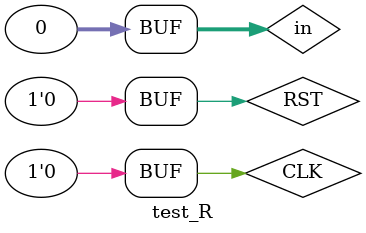
<source format=v>
`timescale 1ns / 1ps


module test_R;

	// Inputs
	reg RST;
	reg CLK;
	reg [31:0] in;

	// Outputs
	wire [31:0] PC;
	wire [4:0] rs;
	wire [4:0] rt;
	wire [4:0] rd;
	wire [31:0] Inst_code;
	wire [31:0] F;
	wire ZF;
	wire OF;
	wire [31:0] A;
	wire [31:0] B;
	wire [2:0] ALU_OP;
	wire [31:0] out;

	// Instantiate the Unit Under Test (UUT)
	TOP uut (
		.RST(RST), 
		.CLK(CLK), 
		.PC(PC), 
		.rs(rs), 
		.rt(rt), 
		.rd(rd), 
		.Inst_code(Inst_code), 
		.F(F), 
		.ZF(ZF), 
		.OF(OF), 
		.A(A), 
		.B(B), 
		.ALU_OP(ALU_OP), 
		.in(in), 
		.out(out)
	);

	initial begin
		// Initialize Inputs
		RST = 0;
		CLK = 0;
		in = 0;

		// Wait 100 ns for global reset to finish
		#100;
        
		// Add stimulus here

	end
      
endmodule


</source>
